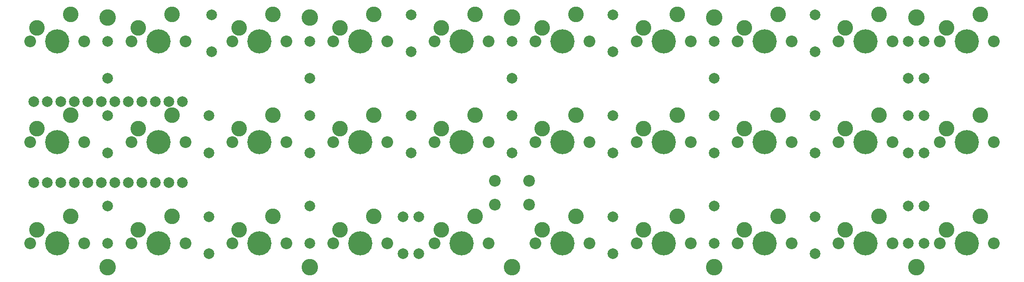
<source format=gts>
G04 #@! TF.FileFunction,Soldermask,Top*
%FSLAX46Y46*%
G04 Gerber Fmt 4.6, Leading zero omitted, Abs format (unit mm)*
G04 Created by KiCad (PCBNEW 4.0.7) date *
%MOMM*%
%LPD*%
G01*
G04 APERTURE LIST*
%ADD10C,2.000000*%
%ADD11C,2.000000*%
%ADD12C,4.540200*%
%ADD13C,2.203400*%
%ADD14C,2.940000*%
%ADD15C,2.200000*%
%ADD16C,3.100000*%
G04 APERTURE END LIST*
D10*
D11*
X52750000Y-81000000D03*
X52750000Y-88000000D03*
X72250000Y-76000000D03*
X72250000Y-83000000D03*
X90750000Y-81000000D03*
X90750000Y-88000000D03*
X109750000Y-76000000D03*
X109750000Y-83000000D03*
X128750000Y-81000000D03*
X128750000Y-88000000D03*
X147750000Y-76000000D03*
X147750000Y-83000000D03*
X166750000Y-81000000D03*
X166750000Y-88000000D03*
X185750000Y-76000000D03*
X185750000Y-83000000D03*
X203250000Y-81000000D03*
X203250000Y-88000000D03*
X206250000Y-81000000D03*
X206250000Y-88000000D03*
X52750000Y-95000000D03*
X52750000Y-102000000D03*
X71750000Y-95000000D03*
X71750000Y-102000000D03*
X90750000Y-95000000D03*
X90750000Y-102000000D03*
X109750000Y-95000000D03*
X109750000Y-102000000D03*
X128750000Y-95000000D03*
X128750000Y-102000000D03*
X147750000Y-95000000D03*
X147750000Y-102000000D03*
X166750000Y-95000000D03*
X166750000Y-102000000D03*
X185750000Y-95000000D03*
X185750000Y-102000000D03*
X203250000Y-95000000D03*
X203250000Y-102000000D03*
X206250000Y-95000000D03*
X206250000Y-102000000D03*
X52750000Y-112000000D03*
X52750000Y-119000000D03*
X71750000Y-114000000D03*
X71750000Y-121000000D03*
X90750000Y-112000000D03*
X90750000Y-119000000D03*
X108250000Y-114000000D03*
X108250000Y-121000000D03*
X111250000Y-114000000D03*
X111250000Y-121000000D03*
X147750000Y-114000000D03*
X147750000Y-121000000D03*
X166750000Y-112000000D03*
X166750000Y-119000000D03*
X185750000Y-114000000D03*
X185750000Y-121000000D03*
X203250000Y-112000000D03*
X203250000Y-119000000D03*
X206250000Y-112000000D03*
X206250000Y-119000000D03*
D12*
X43250000Y-81000000D03*
D13*
X38170000Y-81000000D03*
X48330000Y-81000000D03*
D14*
X39440000Y-78460000D03*
X45790000Y-75920000D03*
D12*
X62250000Y-81000000D03*
D13*
X57170000Y-81000000D03*
X67330000Y-81000000D03*
D14*
X58440000Y-78460000D03*
X64790000Y-75920000D03*
D12*
X81250000Y-81000000D03*
D13*
X76170000Y-81000000D03*
X86330000Y-81000000D03*
D14*
X77440000Y-78460000D03*
X83790000Y-75920000D03*
D12*
X100250000Y-81000000D03*
D13*
X95170000Y-81000000D03*
X105330000Y-81000000D03*
D14*
X96440000Y-78460000D03*
X102790000Y-75920000D03*
D12*
X119250000Y-81000000D03*
D13*
X114170000Y-81000000D03*
X124330000Y-81000000D03*
D14*
X115440000Y-78460000D03*
X121790000Y-75920000D03*
D12*
X138250000Y-81000000D03*
D13*
X133170000Y-81000000D03*
X143330000Y-81000000D03*
D14*
X134440000Y-78460000D03*
X140790000Y-75920000D03*
D12*
X157250000Y-81000000D03*
D13*
X152170000Y-81000000D03*
X162330000Y-81000000D03*
D14*
X153440000Y-78460000D03*
X159790000Y-75920000D03*
D12*
X176250000Y-81000000D03*
D13*
X171170000Y-81000000D03*
X181330000Y-81000000D03*
D14*
X172440000Y-78460000D03*
X178790000Y-75920000D03*
D12*
X195250000Y-81000000D03*
D13*
X190170000Y-81000000D03*
X200330000Y-81000000D03*
D14*
X191440000Y-78460000D03*
X197790000Y-75920000D03*
D12*
X214250000Y-81000000D03*
D13*
X209170000Y-81000000D03*
X219330000Y-81000000D03*
D14*
X210440000Y-78460000D03*
X216790000Y-75920000D03*
D12*
X43250000Y-100000000D03*
D13*
X38170000Y-100000000D03*
X48330000Y-100000000D03*
D14*
X39440000Y-97460000D03*
X45790000Y-94920000D03*
D12*
X62250000Y-100000000D03*
D13*
X57170000Y-100000000D03*
X67330000Y-100000000D03*
D14*
X58440000Y-97460000D03*
X64790000Y-94920000D03*
D12*
X81250000Y-100000000D03*
D13*
X76170000Y-100000000D03*
X86330000Y-100000000D03*
D14*
X77440000Y-97460000D03*
X83790000Y-94920000D03*
D12*
X100250000Y-100000000D03*
D13*
X95170000Y-100000000D03*
X105330000Y-100000000D03*
D14*
X96440000Y-97460000D03*
X102790000Y-94920000D03*
D12*
X119250000Y-100000000D03*
D13*
X114170000Y-100000000D03*
X124330000Y-100000000D03*
D14*
X115440000Y-97460000D03*
X121790000Y-94920000D03*
D12*
X138250000Y-100000000D03*
D13*
X133170000Y-100000000D03*
X143330000Y-100000000D03*
D14*
X134440000Y-97460000D03*
X140790000Y-94920000D03*
D12*
X157250000Y-100000000D03*
D13*
X152170000Y-100000000D03*
X162330000Y-100000000D03*
D14*
X153440000Y-97460000D03*
X159790000Y-94920000D03*
D12*
X176250000Y-100000000D03*
D13*
X171170000Y-100000000D03*
X181330000Y-100000000D03*
D14*
X172440000Y-97460000D03*
X178790000Y-94920000D03*
D12*
X195250000Y-100000000D03*
D13*
X190170000Y-100000000D03*
X200330000Y-100000000D03*
D14*
X191440000Y-97460000D03*
X197790000Y-94920000D03*
D12*
X214250000Y-100000000D03*
D13*
X209170000Y-100000000D03*
X219330000Y-100000000D03*
D14*
X210440000Y-97460000D03*
X216790000Y-94920000D03*
D12*
X43250000Y-119000000D03*
D13*
X38170000Y-119000000D03*
X48330000Y-119000000D03*
D14*
X39440000Y-116460000D03*
X45790000Y-113920000D03*
D12*
X62250000Y-119000000D03*
D13*
X57170000Y-119000000D03*
X67330000Y-119000000D03*
D14*
X58440000Y-116460000D03*
X64790000Y-113920000D03*
D12*
X81250000Y-119000000D03*
D13*
X76170000Y-119000000D03*
X86330000Y-119000000D03*
D14*
X77440000Y-116460000D03*
X83790000Y-113920000D03*
D12*
X100250000Y-119000000D03*
D13*
X95170000Y-119000000D03*
X105330000Y-119000000D03*
D14*
X96440000Y-116460000D03*
X102790000Y-113920000D03*
D12*
X119250000Y-119000000D03*
D13*
X114170000Y-119000000D03*
X124330000Y-119000000D03*
D14*
X115440000Y-116460000D03*
X121790000Y-113920000D03*
D12*
X138250000Y-119000000D03*
D13*
X133170000Y-119000000D03*
X143330000Y-119000000D03*
D14*
X134440000Y-116460000D03*
X140790000Y-113920000D03*
D12*
X157250000Y-119000000D03*
D13*
X152170000Y-119000000D03*
X162330000Y-119000000D03*
D14*
X153440000Y-116460000D03*
X159790000Y-113920000D03*
D12*
X176250000Y-119000000D03*
D13*
X171170000Y-119000000D03*
X181330000Y-119000000D03*
D14*
X172440000Y-116460000D03*
X178790000Y-113920000D03*
D12*
X195250000Y-119000000D03*
D13*
X190170000Y-119000000D03*
X200330000Y-119000000D03*
D14*
X191440000Y-116460000D03*
X197790000Y-113920000D03*
D12*
X214250000Y-119000000D03*
D13*
X209170000Y-119000000D03*
X219330000Y-119000000D03*
D14*
X210440000Y-116460000D03*
X216790000Y-113920000D03*
D15*
X125500000Y-107250000D03*
X125500000Y-111750000D03*
X132000000Y-111750000D03*
X132000000Y-107250000D03*
D11*
X38800000Y-92380000D03*
X41340000Y-92380000D03*
X43880000Y-92380000D03*
X46420000Y-92380000D03*
X48960000Y-92380000D03*
X51500000Y-92380000D03*
X54040000Y-92380000D03*
X56580000Y-92380000D03*
X59120000Y-92380000D03*
X61660000Y-92380000D03*
X64200000Y-92380000D03*
X66740000Y-92380000D03*
X66740000Y-107620000D03*
X64200000Y-107620000D03*
X61660000Y-107620000D03*
X59120000Y-107620000D03*
X56580000Y-107620000D03*
X54040000Y-107620000D03*
X51500000Y-107620000D03*
X48960000Y-107620000D03*
X46420000Y-107620000D03*
X43880000Y-107620000D03*
X41340000Y-107620000D03*
X38800000Y-107620000D03*
D16*
X52750000Y-76500000D03*
X90750000Y-76500000D03*
X128750000Y-76500000D03*
X166750000Y-76500000D03*
X204750000Y-76500000D03*
X52750000Y-123500000D03*
X90750000Y-123500000D03*
X128750000Y-123500000D03*
X166750000Y-123500000D03*
X204750000Y-123500000D03*
M02*

</source>
